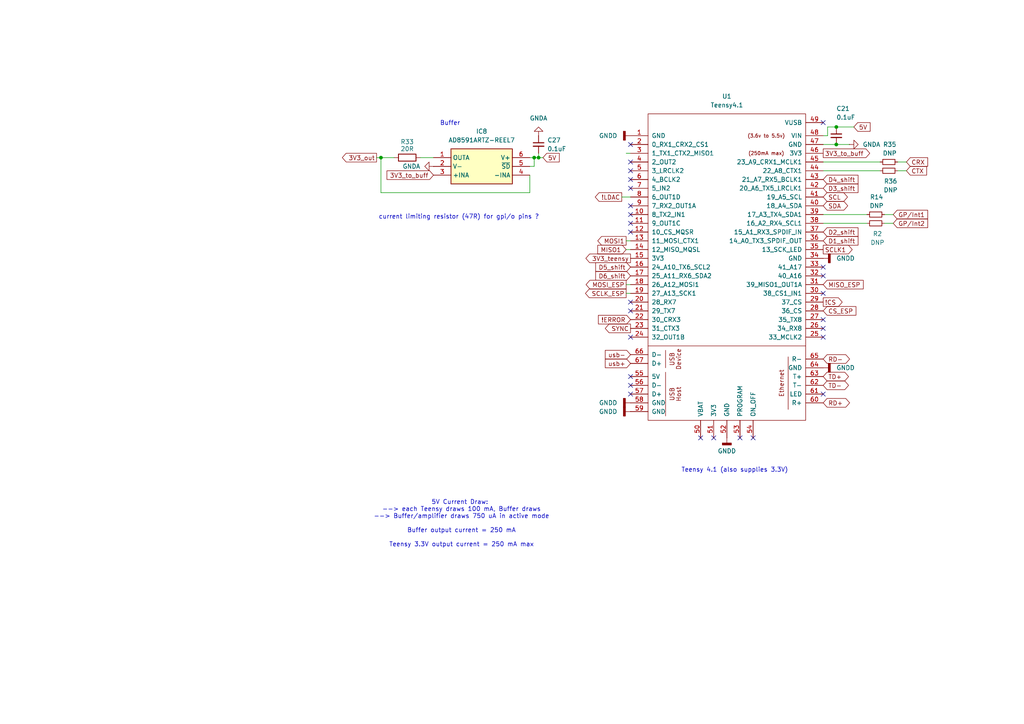
<source format=kicad_sch>
(kicad_sch (version 20250114) (generator "eeschema") (generator_version "9.0")
  (paper "A4")
  (lib_symbols
    (symbol "22XT_Main:AD8591ARTZ-REEL7"
      (property "Reference" "IC" (at 24.13 7.62 0))
      (property "Value" "AD8591ARTZ-REEL7" (at 24.13 5.08 0))
      (symbol "AD8591ARTZ-REEL7_1_1"
        (rectangle (start 5.08 2.54) (end 22.86 -7.62) (stroke (width 0.254)) (fill (type background)))
        (pin passive line (at 0 0 0) (length 5.08) (name "OUTA") (number "1"))
        (pin passive line (at 0 -2.54 0) (length 5.08) (name "V-") (number "2"))
        (pin passive line (at 0 -5.08 0) (length 5.08) (name "+INA") (number "3"))
        (pin passive line (at 27.94 0 180) (length 5.08) (name "V+") (number "6"))
        (pin passive line (at 27.94 -2.54 180) (length 5.08) (name "~{SD}") (number "5"))
        (pin passive line (at 27.94 -5.08 180) (length 5.08) (name "-INA") (number "4"))
      )
    )
    (symbol "22XT_Main:Teensy4.1" (pin_names (offset 1.016))
      (property "Reference" "U" (at 0 64.77 0))
      (property "Value" "Teensy4.1" (at 0 62.23 0))
      (symbol "Teensy4.1_0_0"
        (polyline (pts (xy -22.86 -6.35) (xy 22.86 -6.35)))
        (polyline (pts (xy -17.78 -7.62) (xy -17.78 -12.7)))
        (polyline (pts (xy -17.78 -26.67) (xy -17.78 -13.97)))
        (polyline (pts (xy 17.78 -9.525) (xy 17.78 -24.765)))
        (text "USB" (at -15.875 -10.16 900) (effects (font (size 1.27 1.27))))
        (text "USB" (at -15.875 -20.32 900) (effects (font (size 1.27 1.27))))
        (text "Device" (at -13.97 -10.16 900) (effects (font (size 1.27 1.27))))
        (text "Host" (at -13.97 -20.32 900) (effects (font (size 1.27 1.27))))
        (text "(3.6v to 5.5v)" (at 11.43 54.61 0) (effects (font (size 1.016 1.016))))
        (text "(250mA max)" (at 11.43 49.53 0) (effects (font (size 1.016 1.016))))
        (text "Ethernet" (at 15.875 -17.145 900) (effects (font (size 1.27 1.27))))
        (pin bidirectional line (at -27.94 44.45 0) (length 5.08) (name "3_LRCLK2") (number "5"))
        (pin bidirectional line (at -27.94 41.91 0) (length 5.08) (name "4_BCLK2") (number "6"))
        (pin bidirectional line (at -27.94 39.37 0) (length 5.08) (name "5_IN2") (number "7"))
        (pin bidirectional line (at -27.94 36.83 0) (length 5.08) (name "6_OUT1D") (number "8"))
        (pin bidirectional line (at -27.94 34.29 0) (length 5.08) (name "7_RX2_OUT1A") (number "9"))
        (pin bidirectional line (at -27.94 31.75 0) (length 5.08) (name "8_TX2_IN1") (number "10"))
        (pin bidirectional line (at -27.94 29.21 0) (length 5.08) (name "9_OUT1C") (number "11"))
        (pin bidirectional line (at -27.94 26.67 0) (length 5.08) (name "10_CS_MQSR") (number "12"))
        (pin bidirectional line (at -27.94 24.13 0) (length 5.08) (name "11_MOSI_CTX1") (number "13"))
        (pin bidirectional line (at -27.94 21.59 0) (length 5.08) (name "12_MISO_MQSL") (number "14"))
        (pin power_in line (at -27.94 19.05 0) (length 5.08) (name "3V3") (number "15"))
        (pin bidirectional line (at -27.94 16.51 0) (length 5.08) (name "24_A10_TX6_SCL2") (number "16"))
        (pin bidirectional line (at -27.94 13.97 0) (length 5.08) (name "25_A11_RX6_SDA2") (number "17"))
        (pin bidirectional line (at -27.94 11.43 0) (length 5.08) (name "26_A12_MOSI1") (number "18"))
        (pin bidirectional line (at -27.94 8.89 0) (length 5.08) (name "27_A13_SCK1") (number "19"))
        (pin bidirectional line (at -27.94 6.35 0) (length 5.08) (name "28_RX7") (number "20"))
        (pin bidirectional line (at -27.94 3.81 0) (length 5.08) (name "29_TX7") (number "21"))
        (pin bidirectional line (at -27.94 1.27 0) (length 5.08) (name "30_CRX3") (number "22"))
        (pin bidirectional line (at -27.94 -1.27 0) (length 5.08) (name "31_CTX3") (number "23"))
        (pin bidirectional line (at -27.94 -3.81 0) (length 5.08) (name "32_OUT1B") (number "24"))
        (pin bidirectional line (at -27.94 -8.89 0) (length 5.08) (name "D-") (number "66"))
        (pin bidirectional line (at -27.94 -11.43 0) (length 5.08) (name "D+") (number "67"))
        (pin power_out line (at -27.94 -15.24 0) (length 5.08) (name "5V") (number "55"))
        (pin bidirectional line (at -27.94 -17.78 0) (length 5.08) (name "D-") (number "56"))
        (pin bidirectional line (at -27.94 -20.32 0) (length 5.08) (name "D+") (number "57"))
        (pin power_in line (at -27.94 -22.86 0) (length 5.08) (name "GND") (number "58"))
        (pin power_in line (at -27.94 -25.4 0) (length 5.08) (name "GND") (number "59"))
        (pin power_in line (at -7.62 -33.02 90) (length 5.08) (name "VBAT") (number "50"))
        (pin power_in line (at -3.81 -33.02 90) (length 5.08) (name "3V3") (number "51"))
        (pin input line (at 0 -33.02 90) (length 5.08) (name "GND") (number "52"))
        (pin input line (at 3.81 -33.02 90) (length 5.08) (name "PROGRAM") (number "53"))
        (pin input line (at 7.62 -33.02 90) (length 5.08) (name "ON_OFF") (number "54"))
        (pin power_out line (at 27.94 58.42 180) (length 5.08) (name "VUSB") (number "49"))
        (pin power_in line (at 27.94 54.61 180) (length 5.08) (name "VIN") (number "48"))
        (pin output line (at 27.94 52.07 180) (length 5.08) (name "GND") (number "47"))
        (pin output line (at 27.94 49.53 180) (length 5.08) (name "3V3") (number "46"))
        (pin bidirectional line (at 27.94 46.99 180) (length 5.08) (name "23_A9_CRX1_MCLK1") (number "45"))
        (pin bidirectional line (at 27.94 44.45 180) (length 5.08) (name "22_A8_CTX1") (number "44"))
        (pin bidirectional line (at 27.94 41.91 180) (length 5.08) (name "21_A7_RX5_BCLK1") (number "43"))
        (pin bidirectional line (at 27.94 39.37 180) (length 5.08) (name "20_A6_TX5_LRCLK1") (number "42"))
        (pin bidirectional line (at 27.94 36.83 180) (length 5.08) (name "19_A5_SCL") (number "41"))
        (pin bidirectional line (at 27.94 34.29 180) (length 5.08) (name "18_A4_SDA") (number "40"))
        (pin bidirectional line (at 27.94 31.75 180) (length 5.08) (name "17_A3_TX4_SDA1") (number "39"))
        (pin bidirectional line (at 27.94 29.21 180) (length 5.08) (name "16_A2_RX4_SCL1") (number "38"))
        (pin bidirectional line (at 27.94 26.67 180) (length 5.08) (name "15_A1_RX3_SPDIF_IN") (number "37"))
        (pin bidirectional line (at 27.94 24.13 180) (length 5.08) (name "14_A0_TX3_SPDIF_OUT") (number "36"))
        (pin bidirectional line (at 27.94 21.59 180) (length 5.08) (name "13_SCK_LED") (number "35"))
        (pin bidirectional line (at 27.94 16.51 180) (length 5.08) (name "41_A17") (number "33"))
        (pin bidirectional line (at 27.94 13.97 180) (length 5.08) (name "40_A16") (number "32"))
        (pin bidirectional line (at 27.94 11.43 180) (length 5.08) (name "39_MISO1_OUT1A") (number "31"))
        (pin bidirectional line (at 27.94 8.89 180) (length 5.08) (name "38_CS1_IN1") (number "30"))
        (pin bidirectional line (at 27.94 6.35 180) (length 5.08) (name "37_CS") (number "29"))
        (pin bidirectional line (at 27.94 3.81 180) (length 5.08) (name "36_CS") (number "28"))
        (pin bidirectional line (at 27.94 1.27 180) (length 5.08) (name "35_TX8") (number "27"))
        (pin bidirectional line (at 27.94 -1.27 180) (length 5.08) (name "34_RX8") (number "26"))
        (pin bidirectional line (at 27.94 -3.81 180) (length 5.08) (name "33_MCLK2") (number "25"))
        (pin bidirectional line (at 27.94 -10.16 180) (length 5.08) (name "R-") (number "65"))
        (pin power_in line (at 27.94 -12.7 180) (length 5.08) (name "GND") (number "64"))
        (pin bidirectional line (at 27.94 -15.24 180) (length 5.08) (name "T+") (number "63"))
        (pin bidirectional line (at 27.94 -17.78 180) (length 5.08) (name "T-") (number "62"))
        (pin bidirectional line (at 27.94 -20.32 180) (length 5.08) (name "LED") (number "61"))
        (pin bidirectional line (at 27.94 -22.86 180) (length 5.08) (name "R+") (number "60"))
      )
      (symbol "Teensy4.1_0_1"
        (rectangle (start -22.86 60.96) (end 22.86 -27.94))
        (rectangle (start -20.32 -1.27) (end -20.32 -1.27))
      )
      (symbol "Teensy4.1_1_1"
        (pin power_in line (at -27.94 54.61 0) (length 5.08) (name "GND") (number "1"))
        (pin bidirectional line (at -27.94 52.07 0) (length 5.08) (name "0_RX1_CRX2_CS1") (number "2"))
        (pin bidirectional line (at -27.94 49.53 0) (length 5.08) (name "1_TX1_CTX2_MISO1") (number "3"))
        (pin bidirectional line (at -27.94 46.99 0) (length 5.08) (name "2_OUT2") (number "4"))
        (pin power_in line (at 27.94 19.05 180) (length 5.08) (name "GND") (number "34"))
      )
    )
    (symbol "Device:C_Small" (pin_numbers (hide yes)) (pin_names (offset 0.254) (hide yes))
      (property "Reference" "C" (at 0.254 1.778 0))
      (property "Value" "C_Small" (at 0.254 -2.032 0))
      (symbol "C_Small_0_1"
        (polyline (pts (xy -1.524 0.508) (xy 1.524 0.508)) (stroke (width 0.3048)))
        (polyline (pts (xy -1.524 -0.508) (xy 1.524 -0.508)) (stroke (width 0.3302)))
      )
      (symbol "C_Small_1_1"
        (pin passive line (at 0 2.54 270) (length 2.032) (name "~") (number "1"))
        (pin passive line (at 0 -2.54 90) (length 2.032) (name "~") (number "2"))
      )
    )
    (symbol "Device:R" (pin_numbers (hide yes)) (pin_names (offset 0))
      (property "Reference" "R" (at 2.032 0 90))
      (property "Value" "R" (at 0 0 90))
      (symbol "R_0_1"
        (rectangle (start -1.016 -2.54) (end 1.016 2.54) (stroke (width 0.254)))
      )
      (symbol "R_1_1"
        (pin passive line (at 0 3.81 270) (length 1.27) (name "~") (number "1"))
        (pin passive line (at 0 -3.81 90) (length 1.27) (name "~") (number "2"))
      )
    )
    (symbol "Device:R_Small" (pin_numbers (hide yes)) (pin_names (offset 0.254) (hide yes))
      (property "Reference" "R" (at 0.762 0.508 0))
      (property "Value" "R_Small" (at 0.762 -1.016 0))
      (symbol "R_Small_0_1"
        (rectangle (start -0.762 1.778) (end 0.762 -1.778) (stroke (width 0.2032)))
      )
      (symbol "R_Small_1_1"
        (pin passive line (at 0 2.54 270) (length 0.762) (name "~") (number "1"))
        (pin passive line (at 0 -2.54 90) (length 0.762) (name "~") (number "2"))
      )
    )
    (symbol "power:GND" (power) (pin_numbers (hide yes)) (pin_names (offset 0) (hide yes))
      (property "Value" "GND" (at 0 -3.81 0))
      (symbol "GND_0_1"
        (polyline (pts (xy 0 0) (xy 0 -1.27) (xy 1.27 -1.27) (xy 0 -2.54) (xy -1.27 -1.27) (xy 0 -1.27)))
      )
      (symbol "GND_1_1"
        (pin power_in line (at 0 0 270) (length 0) (name "~") (number "1"))
      )
    )
    (symbol "power:GNDA" (power) (pin_numbers (hide yes)) (pin_names (offset 0) (hide yes))
      (property "Value" "GNDA" (at 0 -3.81 0))
      (symbol "GNDA_0_1"
        (polyline (pts (xy 0 0) (xy 0 -1.27) (xy 1.27 -1.27) (xy 0 -2.54) (xy -1.27 -1.27) (xy 0 -1.27)))
      )
      (symbol "GNDA_1_1"
        (pin power_in line (at 0 0 270) (length 0) (name "~") (number "1"))
      )
    )
    (symbol "power:GNDD" (power) (pin_numbers (hide yes)) (pin_names (offset 0) (hide yes))
      (property "Value" "GNDD" (at 0 -3.175 0))
      (symbol "GNDD_0_1"
        (rectangle (start -1.27 -1.524) (end 1.27 -2.032) (stroke (width 0.254)) (fill (type outline)))
        (polyline (pts (xy 0 0) (xy 0 -1.524)))
      )
      (symbol "GNDD_1_1"
        (pin power_in line (at 0 0 270) (length 0) (name "~") (number "1"))
      )
    )
  )
  (text "Buffer\n" (at 130.556 35.814 0) (effects (font (size 1.27 1.27))))
  (text "5V Current Draw: \n--> each Teensy draws 100 mA, Buffer draws\n--> Buffer/amplifier draws 750 uA in active mode\n\nBuffer output current = 250 mA\n\nTeensy 3.3V output current = 250 mA max\n" (at 133.858 151.892 0) (effects (font (size 1.27 1.27))))
  (text "Teensy 4.1 (also supplies 3.3V)" (at 213.106 136.398 0) (effects (font (size 1.27 1.27))))
  (text "current limiting resistor (47R) for gpi/o pins ?" (at 133.096 62.992 0) (effects (font (size 1.27 1.27))))
  (junction (at 242.57 36.83))
  (junction (at 156.21 45.72))
  (junction (at 242.57 41.91))
  (junction (at 154.94 45.72))
  (junction (at 110.49 45.72))
  (no_connect (at 182.88 62.23))
  (no_connect (at 182.88 109.22))
  (no_connect (at 238.76 85.09))
  (no_connect (at 238.76 35.56))
  (no_connect (at 182.88 114.3))
  (no_connect (at 182.88 41.91))
  (no_connect (at 203.2 127))
  (no_connect (at 238.76 95.25))
  (no_connect (at 182.88 54.61))
  (no_connect (at 182.88 52.07))
  (no_connect (at 218.44 127))
  (no_connect (at 238.76 114.3))
  (no_connect (at 207.01 127))
  (no_connect (at 238.76 80.01))
  (no_connect (at 182.88 64.77))
  (no_connect (at 238.76 92.71))
  (no_connect (at 182.88 97.79))
  (no_connect (at 214.63 127))
  (no_connect (at 182.88 46.99))
  (no_connect (at 238.76 77.47))
  (no_connect (at 238.76 97.79))
  (no_connect (at 182.88 111.76))
  (no_connect (at 182.88 49.53))
  (no_connect (at 182.88 59.69))
  (no_connect (at 182.88 90.17))
  (no_connect (at 182.88 67.31))
  (no_connect (at 182.88 87.63))
  (wire (pts (xy 262.89 49.53) (xy 260.35 49.53)))
  (wire (pts (xy 156.21 44.45) (xy 156.21 45.72)))
  (wire (pts (xy 121.92 45.72) (xy 125.73 45.72)))
  (wire (pts (xy 181.61 44.45) (xy 182.88 44.45)))
  (wire (pts (xy 110.49 45.72) (xy 110.49 55.88)))
  (wire (pts (xy 153.67 50.8) (xy 153.67 55.88)))
  (wire (pts (xy 255.27 49.53) (xy 238.76 49.53)))
  (wire (pts (xy 153.67 45.72) (xy 154.94 45.72)))
  (wire (pts (xy 154.94 45.72) (xy 154.94 48.26)))
  (wire (pts (xy 246.38 41.91) (xy 242.57 41.91)))
  (wire (pts (xy 114.3 45.72) (xy 110.49 45.72)))
  (wire (pts (xy 109.22 45.72) (xy 110.49 45.72)))
  (wire (pts (xy 180.34 57.15) (xy 182.88 57.15)))
  (wire (pts (xy 242.57 41.91) (xy 238.76 41.91)))
  (wire (pts (xy 255.27 46.99) (xy 238.76 46.99)))
  (wire (pts (xy 262.89 46.99) (xy 260.35 46.99)))
  (wire (pts (xy 238.76 62.23) (xy 251.46 62.23)))
  (wire (pts (xy 256.54 64.77) (xy 259.08 64.77)))
  (wire (pts (xy 156.21 45.72) (xy 157.48 45.72)))
  (wire (pts (xy 242.57 36.83) (xy 240.03 36.83)))
  (wire (pts (xy 181.61 69.85) (xy 182.88 69.85)))
  (wire (pts (xy 238.76 64.77) (xy 251.46 64.77)))
  (wire (pts (xy 256.54 62.23) (xy 259.08 62.23)))
  (wire (pts (xy 181.61 72.39) (xy 182.88 72.39)))
  (wire (pts (xy 181.61 85.09) (xy 182.88 85.09)))
  (wire (pts (xy 247.65 36.83) (xy 242.57 36.83)))
  (wire (pts (xy 181.61 82.55) (xy 182.88 82.55)))
  (wire (pts (xy 240.03 39.37) (xy 238.76 39.37)))
  (wire (pts (xy 154.94 48.26) (xy 153.67 48.26)))
  (wire (pts (xy 153.67 55.88) (xy 110.49 55.88)))
  (wire (pts (xy 154.94 45.72) (xy 156.21 45.72)))
  (wire (pts (xy 240.03 36.83) (xy 240.03 39.37)))
  (global_label "MISO_ESP" (shape input) (at 238.76 82.55 0) (property "Intersheetrefs" "${INTERSHEET_REFS}" (effects (hide yes))))
  (global_label "RD+" (shape bidirectional) (at 238.76 116.84 0) (property "Intersheetrefs" "${INTERSHEET_REFS}" (effects (hide yes))))
  (global_label "D2_shift" (shape input) (at 238.76 67.31 0) (property "Intersheetrefs" "${INTERSHEET_REFS}" (effects (hide yes))))
  (global_label "CTX" (shape input) (at 262.89 49.53 0) (property "Intersheetrefs" "${INTERSHEET_REFS}" (effects (hide yes))))
  (global_label "TD-" (shape bidirectional) (at 238.76 111.76 0) (property "Intersheetrefs" "${INTERSHEET_REFS}" (effects (hide yes))))
  (global_label "!ERROR" (shape input) (at 182.88 92.71 180) (property "Intersheetrefs" "${INTERSHEET_REFS}" (effects (hide yes))))
  (global_label "MOSI_ESP" (shape output) (at 181.61 82.55 180) (property "Intersheetrefs" "${INTERSHEET_REFS}" (effects (hide yes))))
  (global_label "3V3_to_buff" (shape input) (at 125.73 50.8 180) (property "Intersheetrefs" "${INTERSHEET_REFS}" (effects (hide yes))))
  (global_label "TD+" (shape bidirectional) (at 238.76 109.22 0) (property "Intersheetrefs" "${INTERSHEET_REFS}" (effects (hide yes))))
  (global_label "SCLK_ESP" (shape output) (at 181.61 85.09 180) (property "Intersheetrefs" "${INTERSHEET_REFS}" (effects (hide yes))))
  (global_label "usb-" (shape input) (at 182.88 102.87 180) (property "Intersheetrefs" "${INTERSHEET_REFS}" (effects (hide yes))))
  (global_label "SCL" (shape bidirectional) (at 238.76 57.15 0) (property "Intersheetrefs" "${INTERSHEET_REFS}" (effects (hide yes))))
  (global_label "usb+" (shape input) (at 182.88 105.41 180) (property "Intersheetrefs" "${INTERSHEET_REFS}" (effects (hide yes))))
  (global_label "CS_ESP" (shape input) (at 238.76 90.17 0) (property "Intersheetrefs" "${INTERSHEET_REFS}" (effects (hide yes))))
  (global_label "!LDAC" (shape output) (at 180.34 57.15 180) (property "Intersheetrefs" "${INTERSHEET_REFS}" (effects (hide yes))))
  (global_label "5V" (shape input) (at 247.65 36.83 0) (property "Intersheetrefs" "${INTERSHEET_REFS}" (effects (hide yes))))
  (global_label "3V3_to_buff" (shape output) (at 238.76 44.45 0) (property "Intersheetrefs" "${INTERSHEET_REFS}" (effects (hide yes))))
  (global_label "SDA" (shape bidirectional) (at 238.76 59.69 0) (property "Intersheetrefs" "${INTERSHEET_REFS}" (effects (hide yes))))
  (global_label "D5_shift" (shape input) (at 182.88 77.47 180) (property "Intersheetrefs" "${INTERSHEET_REFS}" (effects (hide yes))))
  (global_label "D4_shift" (shape input) (at 238.76 52.07 0) (property "Intersheetrefs" "${INTERSHEET_REFS}" (effects (hide yes))))
  (global_label "D1_shift" (shape input) (at 238.76 69.85 0) (property "Intersheetrefs" "${INTERSHEET_REFS}" (effects (hide yes))))
  (global_label "MOSI1" (shape output) (at 181.61 69.85 180) (property "Intersheetrefs" "${INTERSHEET_REFS}" (effects (hide yes))))
  (global_label "RD-" (shape bidirectional) (at 238.76 104.14 0) (property "Intersheetrefs" "${INTERSHEET_REFS}" (effects (hide yes))))
  (global_label "!CS" (shape output) (at 238.76 87.63 0) (property "Intersheetrefs" "${INTERSHEET_REFS}" (effects (hide yes))))
  (global_label "5V" (shape input) (at 157.48 45.72 0) (property "Intersheetrefs" "${INTERSHEET_REFS}" (effects (hide yes))))
  (global_label "D6_shift" (shape input) (at 182.88 80.01 180) (property "Intersheetrefs" "${INTERSHEET_REFS}" (effects (hide yes))))
  (global_label "SYNC" (shape output) (at 182.88 95.25 180) (property "Intersheetrefs" "${INTERSHEET_REFS}" (effects (hide yes))))
  (global_label "D3_shift" (shape input) (at 238.76 54.61 0) (property "Intersheetrefs" "${INTERSHEET_REFS}" (effects (hide yes))))
  (global_label "MISO1" (shape input) (at 181.61 72.39 180) (property "Intersheetrefs" "${INTERSHEET_REFS}" (effects (hide yes))))
  (global_label "CRX" (shape input) (at 262.89 46.99 0) (property "Intersheetrefs" "${INTERSHEET_REFS}" (effects (hide yes))))
  (global_label "3V3_teensy" (shape output) (at 182.88 74.93 180) (property "Intersheetrefs" "${INTERSHEET_REFS}" (effects (hide yes))))
  (global_label "3V3_out" (shape output) (at 109.22 45.72 180) (property "Intersheetrefs" "${INTERSHEET_REFS}" (effects (hide yes))))
  (global_label "GP{slash}Int1" (shape input) (at 259.08 62.23 0) (property "Intersheetrefs" "${INTERSHEET_REFS}" (effects (hide yes))))
  (global_label "SCLK1" (shape output) (at 238.76 72.39 0) (property "Intersheetrefs" "${INTERSHEET_REFS}" (effects (hide yes))))
  (global_label "GP{slash}Int2" (shape input) (at 259.08 64.77 0) (property "Intersheetrefs" "${INTERSHEET_REFS}" (effects (hide yes))))
  (symbol (lib_id "power:GNDD") (at 238.76 106.68 90) (unit 1)
    (property "Reference" "#PWR036" (effects (hide yes)))
    (property "Value" "GNDD" (at 242.57 106.6799 90) (effects (justify right)))
    (property "Description" "Power symbol creates a global label with name \"GNDD\" , digital ground" (effects (hide yes)))
  )
  (symbol (lib_id "power:GNDD") (at 238.76 74.93 90) (unit 1)
    (property "Reference" "#PWR042" (effects (hide yes)))
    (property "Value" "GNDD" (at 242.57 74.9299 90) (effects (justify right)))
    (property "Description" "Power symbol creates a global label with name \"GNDD\" , digital ground" (effects (hide yes)))
  )
  (symbol (lib_id "power:GNDD") (at 182.88 39.37 270) (unit 1)
    (property "Reference" "#PWR014" (effects (hide yes)))
    (property "Value" "GNDD" (at 179.07 39.3699 90) (effects (justify right)))
    (property "Description" "Power symbol creates a global label with name \"GNDD\" , digital ground" (effects (hide yes)))
  )
  (symbol (lib_id "power:GNDA") (at 125.73 48.26 270) (unit 1)
    (property "Reference" "#PWR034" (effects (hide yes)))
    (property "Value" "GNDA" (at 121.92 48.2599 90) (effects (justify right)))
    (property "Description" "Power symbol creates a global label with name \"GNDA\" , analog ground" (effects (hide yes)))
  )
  (symbol (lib_id "22XT_Main:AD8591ARTZ-REEL7") (at 125.73 45.72 0) (unit 1)
    (property "Reference" "IC8" (at 139.7 38.1 0))
    (property "Value" "AD8591ARTZ-REEL7" (at 139.7 40.64 0))
    (property "Footprint" "SOT95P280X145-6N" (effects (hide yes)))
    (property "Datasheet" "https://ms.componentsearchengine.com/Datasheets/2/AD8591ARTZ-REEL7.pdf" (effects (hide yes)))
    (property "Description" "AD8591ARTZ-REEL7 Analog Devices, Precision, Op Amp, RRIO, 3MHz 1 MHz, 2.5  6 V, 6-Pin SOT-23 CMOS Single-Supply, Rail-to-Rail Input/Output Operational Amplifiers with Shutdown" (effects (hide yes)))
    (property "Height" "1.45" (effects (hide yes)))
    (property "Mouser Part Number" "584-AD8591ARTZ-R7" (effects (hide yes)))
    (property "Mouser Price/Stock" "https://www.mouser.co.uk/ProductDetail/Analog-Devices/AD8591ARTZ-REEL7?qs=%2FtpEQrCGXCzQDNVfr2%252Bf9g%3D%3D" (effects (hide yes)))
    (property "Manufacturer_Name" "Analog Devices" (effects (hide yes)))
    (property "Manufacturer_Part_Number" "AD8591ARTZ-REEL7" (effects (hide yes)))
  )
  (symbol (lib_id "power:GNDD") (at 210.82 127 0) (unit 1)
    (property "Reference" "#PWR035" (effects (hide yes)))
    (property "Value" "GNDD" (at 210.82 130.81 0))
    (property "Description" "Power symbol creates a global label with name \"GNDD\" , digital ground" (effects (hide yes)))
  )
  (symbol (lib_id "Device:R_Small") (at 254 64.77 270) (unit 1)
    (property "Reference" "R2" (at 254.508 67.818 90))
    (property "Value" "DNP" (at 254.508 70.358 90))
    (property "Footprint" "Resistor_SMD:R_0402_1005Metric" (effects (hide yes)))
    (property "Description" "Resistor, small symbol" (effects (hide yes)))
  )
  (symbol (lib_id "Device:C_Small") (at 242.57 39.37 0) (unit 1)
    (property "Reference" "C21" (at 242.57 31.496 0) (effects (justify left)))
    (property "Value" "0.1uF" (at 242.57 34.036 0) (effects (justify left)))
    (property "Footprint" "Capacitor_SMD:C_0402_1005Metric" (effects (hide yes)))
    (property "Description" "Unpolarized capacitor, small symbol" (effects (hide yes)))
  )
  (symbol (lib_id "Device:R") (at 118.11 45.72 90) (unit 1)
    (property "Reference" "R33" (at 118.11 41.148 90))
    (property "Value" "20R" (at 118.11 43.18 90))
    (property "Footprint" "Resistor_SMD:R_0402_1005Metric" (effects (hide yes)))
    (property "Description" "Resistor" (effects (hide yes)))
  )
  (symbol (lib_id "power:GNDD") (at 182.88 116.84 270) (unit 1)
    (property "Reference" "#PWR043" (effects (hide yes)))
    (property "Value" "GNDD" (at 179.07 116.8399 90) (effects (justify right)))
    (property "Description" "Power symbol creates a global label with name \"GNDD\" , digital ground" (effects (hide yes)))
  )
  (symbol (lib_id "22XT_Main:Teensy4.1") (at 210.82 93.98 0) (unit 1)
    (property "Reference" "U1" (at 210.82 27.94 0))
    (property "Value" "Teensy4.1" (at 210.82 30.48 0))
    (property "Footprint" "22XT_Main:Teensy41" (effects (hide yes)))
  )
  (symbol (lib_id "Device:R_Small") (at 254 62.23 270) (unit 1)
    (property "Reference" "R14" (at 254.254 57.15 90))
    (property "Value" "DNP" (at 254.254 59.69 90))
    (property "Footprint" "Resistor_SMD:R_0402_1005Metric" (effects (hide yes)))
    (property "Description" "Resistor, small symbol" (effects (hide yes)))
  )
  (symbol (lib_id "Device:C_Small") (at 156.21 41.91 0) (unit 1)
    (property "Reference" "C27" (at 158.75 40.6462 0) (effects (justify left)))
    (property "Value" "0.1uF" (at 158.75 43.1862 0) (effects (justify left)))
    (property "Footprint" "Capacitor_SMD:C_0402_1005Metric" (effects (hide yes)))
    (property "Description" "Unpolarized capacitor, small symbol" (effects (hide yes)))
  )
  (symbol (lib_id "power:GNDD") (at 182.88 119.38 270) (unit 1)
    (property "Reference" "#PWR044" (effects (hide yes)))
    (property "Value" "GNDD" (at 179.07 119.3799 90) (effects (justify right)))
    (property "Description" "Power symbol creates a global label with name \"GNDD\" , digital ground" (effects (hide yes)))
  )
  (symbol (lib_id "power:GND") (at 246.38 41.91 90) (unit 1)
    (property "Reference" "#PWR012" (effects (hide yes)))
    (property "Value" "GNDA" (at 250.19 41.9099 90) (effects (justify right)))
    (property "Description" "Power symbol creates a global label with name \"GND\" , ground" (effects (hide yes)))
  )
  (symbol (lib_id "power:GNDA") (at 156.21 39.37 180) (unit 1)
    (property "Reference" "#PWR013" (effects (hide yes)))
    (property "Value" "GNDA" (at 156.21 34.29 0))
    (property "Description" "Power symbol creates a global label with name \"GNDA\" , analog ground" (effects (hide yes)))
  )
  (symbol (lib_id "Device:R_Small") (at 257.81 49.53 270) (unit 1)
    (property "Reference" "R36" (at 258.318 52.578 90))
    (property "Value" "DNP" (at 258.318 55.118 90))
    (property "Footprint" "Resistor_SMD:R_0402_1005Metric" (effects (hide yes)))
    (property "Description" "Resistor, small symbol" (effects (hide yes)))
  )
  (symbol (lib_id "Device:R_Small") (at 257.81 46.99 270) (unit 1)
    (property "Reference" "R35" (at 258.064 41.91 90))
    (property "Value" "DNP" (at 258.064 44.45 90))
    (property "Footprint" "Resistor_SMD:R_0402_1005Metric" (effects (hide yes)))
    (property "Description" "Resistor, small symbol" (effects (hide yes)))
  )
)
</source>
